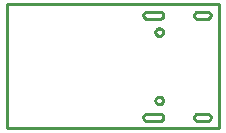
<source format=gbr>
G04 EAGLE Gerber RS-274X export*
G75*
%MOMM*%
%FSLAX34Y34*%
%LPD*%
%IN*%
%IPPOS*%
%AMOC8*
5,1,8,0,0,1.08239X$1,22.5*%
G01*
%ADD10C,0.254000*%


D10*
X-80000Y-52500D02*
X100000Y-52500D01*
X100000Y52500D01*
X-80000Y52500D01*
X-80000Y-52500D01*
X78500Y-43200D02*
X78511Y-43461D01*
X78546Y-43721D01*
X78602Y-43976D01*
X78681Y-44226D01*
X78781Y-44468D01*
X78902Y-44700D01*
X79043Y-44921D01*
X79202Y-45128D01*
X79379Y-45321D01*
X79572Y-45498D01*
X79779Y-45657D01*
X80000Y-45798D01*
X80232Y-45919D01*
X80474Y-46019D01*
X80724Y-46098D01*
X80979Y-46154D01*
X81239Y-46189D01*
X81500Y-46200D01*
X89500Y-46200D01*
X89761Y-46189D01*
X90021Y-46154D01*
X90276Y-46098D01*
X90526Y-46019D01*
X90768Y-45919D01*
X91000Y-45798D01*
X91221Y-45657D01*
X91428Y-45498D01*
X91621Y-45321D01*
X91798Y-45128D01*
X91957Y-44921D01*
X92098Y-44700D01*
X92219Y-44468D01*
X92319Y-44226D01*
X92398Y-43976D01*
X92454Y-43721D01*
X92489Y-43461D01*
X92500Y-43200D01*
X92489Y-42939D01*
X92454Y-42679D01*
X92398Y-42424D01*
X92319Y-42174D01*
X92219Y-41932D01*
X92098Y-41700D01*
X91957Y-41479D01*
X91798Y-41272D01*
X91621Y-41079D01*
X91428Y-40902D01*
X91221Y-40743D01*
X91000Y-40602D01*
X90768Y-40481D01*
X90526Y-40381D01*
X90276Y-40302D01*
X90021Y-40246D01*
X89761Y-40211D01*
X89500Y-40200D01*
X81500Y-40200D01*
X81239Y-40211D01*
X80979Y-40246D01*
X80724Y-40302D01*
X80474Y-40381D01*
X80232Y-40481D01*
X80000Y-40602D01*
X79779Y-40743D01*
X79572Y-40902D01*
X79379Y-41079D01*
X79202Y-41272D01*
X79043Y-41479D01*
X78902Y-41700D01*
X78781Y-41932D01*
X78681Y-42174D01*
X78602Y-42424D01*
X78546Y-42679D01*
X78511Y-42939D01*
X78500Y-43200D01*
X35500Y43200D02*
X35511Y42939D01*
X35546Y42679D01*
X35602Y42424D01*
X35681Y42174D01*
X35781Y41932D01*
X35902Y41700D01*
X36043Y41479D01*
X36202Y41272D01*
X36379Y41079D01*
X36572Y40902D01*
X36779Y40743D01*
X37000Y40602D01*
X37232Y40481D01*
X37474Y40381D01*
X37724Y40302D01*
X37979Y40246D01*
X38239Y40211D01*
X38500Y40200D01*
X49500Y40200D01*
X49761Y40211D01*
X50021Y40246D01*
X50276Y40302D01*
X50526Y40381D01*
X50768Y40481D01*
X51000Y40602D01*
X51221Y40743D01*
X51428Y40902D01*
X51621Y41079D01*
X51798Y41272D01*
X51957Y41479D01*
X52098Y41700D01*
X52219Y41932D01*
X52319Y42174D01*
X52398Y42424D01*
X52454Y42679D01*
X52489Y42939D01*
X52500Y43200D01*
X52489Y43461D01*
X52454Y43721D01*
X52398Y43976D01*
X52319Y44226D01*
X52219Y44468D01*
X52098Y44700D01*
X51957Y44921D01*
X51798Y45128D01*
X51621Y45321D01*
X51428Y45498D01*
X51221Y45657D01*
X51000Y45798D01*
X50768Y45919D01*
X50526Y46019D01*
X50276Y46098D01*
X50021Y46154D01*
X49761Y46189D01*
X49500Y46200D01*
X38500Y46200D01*
X38239Y46189D01*
X37979Y46154D01*
X37724Y46098D01*
X37474Y46019D01*
X37232Y45919D01*
X37000Y45798D01*
X36779Y45657D01*
X36572Y45498D01*
X36379Y45321D01*
X36202Y45128D01*
X36043Y44921D01*
X35902Y44700D01*
X35781Y44468D01*
X35681Y44226D01*
X35602Y43976D01*
X35546Y43721D01*
X35511Y43461D01*
X35500Y43200D01*
X78500Y43200D02*
X78511Y42939D01*
X78546Y42679D01*
X78602Y42424D01*
X78681Y42174D01*
X78781Y41932D01*
X78902Y41700D01*
X79043Y41479D01*
X79202Y41272D01*
X79379Y41079D01*
X79572Y40902D01*
X79779Y40743D01*
X80000Y40602D01*
X80232Y40481D01*
X80474Y40381D01*
X80724Y40302D01*
X80979Y40246D01*
X81239Y40211D01*
X81500Y40200D01*
X89500Y40200D01*
X89761Y40211D01*
X90021Y40246D01*
X90276Y40302D01*
X90526Y40381D01*
X90768Y40481D01*
X91000Y40602D01*
X91221Y40743D01*
X91428Y40902D01*
X91621Y41079D01*
X91798Y41272D01*
X91957Y41479D01*
X92098Y41700D01*
X92219Y41932D01*
X92319Y42174D01*
X92398Y42424D01*
X92454Y42679D01*
X92489Y42939D01*
X92500Y43200D01*
X92489Y43461D01*
X92454Y43721D01*
X92398Y43976D01*
X92319Y44226D01*
X92219Y44468D01*
X92098Y44700D01*
X91957Y44921D01*
X91798Y45128D01*
X91621Y45321D01*
X91428Y45498D01*
X91221Y45657D01*
X91000Y45798D01*
X90768Y45919D01*
X90526Y46019D01*
X90276Y46098D01*
X90021Y46154D01*
X89761Y46189D01*
X89500Y46200D01*
X81500Y46200D01*
X81239Y46189D01*
X80979Y46154D01*
X80724Y46098D01*
X80474Y46019D01*
X80232Y45919D01*
X80000Y45798D01*
X79779Y45657D01*
X79572Y45498D01*
X79379Y45321D01*
X79202Y45128D01*
X79043Y44921D01*
X78902Y44700D01*
X78781Y44468D01*
X78681Y44226D01*
X78602Y43976D01*
X78546Y43721D01*
X78511Y43461D01*
X78500Y43200D01*
X35500Y-43200D02*
X35511Y-43461D01*
X35546Y-43721D01*
X35602Y-43976D01*
X35681Y-44226D01*
X35781Y-44468D01*
X35902Y-44700D01*
X36043Y-44921D01*
X36202Y-45128D01*
X36379Y-45321D01*
X36572Y-45498D01*
X36779Y-45657D01*
X37000Y-45798D01*
X37232Y-45919D01*
X37474Y-46019D01*
X37724Y-46098D01*
X37979Y-46154D01*
X38239Y-46189D01*
X38500Y-46200D01*
X49500Y-46200D01*
X49761Y-46189D01*
X50021Y-46154D01*
X50276Y-46098D01*
X50526Y-46019D01*
X50768Y-45919D01*
X51000Y-45798D01*
X51221Y-45657D01*
X51428Y-45498D01*
X51621Y-45321D01*
X51798Y-45128D01*
X51957Y-44921D01*
X52098Y-44700D01*
X52219Y-44468D01*
X52319Y-44226D01*
X52398Y-43976D01*
X52454Y-43721D01*
X52489Y-43461D01*
X52500Y-43200D01*
X52489Y-42939D01*
X52454Y-42679D01*
X52398Y-42424D01*
X52319Y-42174D01*
X52219Y-41932D01*
X52098Y-41700D01*
X51957Y-41479D01*
X51798Y-41272D01*
X51621Y-41079D01*
X51428Y-40902D01*
X51221Y-40743D01*
X51000Y-40602D01*
X50768Y-40481D01*
X50526Y-40381D01*
X50276Y-40302D01*
X50021Y-40246D01*
X49761Y-40211D01*
X49500Y-40200D01*
X38500Y-40200D01*
X38239Y-40211D01*
X37979Y-40246D01*
X37724Y-40302D01*
X37474Y-40381D01*
X37232Y-40481D01*
X37000Y-40602D01*
X36779Y-40743D01*
X36572Y-40902D01*
X36379Y-41079D01*
X36202Y-41272D01*
X36043Y-41479D01*
X35902Y-41700D01*
X35781Y-41932D01*
X35681Y-42174D01*
X35602Y-42424D01*
X35546Y-42679D01*
X35511Y-42939D01*
X35500Y-43200D01*
X49213Y-32150D02*
X49635Y-32094D01*
X50047Y-31984D01*
X50441Y-31821D01*
X50809Y-31608D01*
X51147Y-31349D01*
X51449Y-31047D01*
X51708Y-30709D01*
X51921Y-30341D01*
X52084Y-29947D01*
X52194Y-29535D01*
X52250Y-29113D01*
X52250Y-28687D01*
X52194Y-28265D01*
X52084Y-27853D01*
X51921Y-27459D01*
X51708Y-27091D01*
X51449Y-26753D01*
X51147Y-26451D01*
X50809Y-26192D01*
X50441Y-25979D01*
X50047Y-25816D01*
X49635Y-25706D01*
X49213Y-25650D01*
X48787Y-25650D01*
X48365Y-25706D01*
X47953Y-25816D01*
X47559Y-25979D01*
X47191Y-26192D01*
X46853Y-26451D01*
X46551Y-26753D01*
X46292Y-27091D01*
X46079Y-27459D01*
X45916Y-27853D01*
X45806Y-28265D01*
X45750Y-28687D01*
X45750Y-29113D01*
X45806Y-29535D01*
X45916Y-29947D01*
X46079Y-30341D01*
X46292Y-30709D01*
X46551Y-31047D01*
X46853Y-31349D01*
X47191Y-31608D01*
X47559Y-31821D01*
X47953Y-31984D01*
X48365Y-32094D01*
X48787Y-32150D01*
X49213Y-32150D01*
X49213Y25650D02*
X49635Y25706D01*
X50047Y25816D01*
X50441Y25979D01*
X50809Y26192D01*
X51147Y26451D01*
X51449Y26753D01*
X51708Y27091D01*
X51921Y27459D01*
X52084Y27853D01*
X52194Y28265D01*
X52250Y28687D01*
X52250Y29113D01*
X52194Y29535D01*
X52084Y29947D01*
X51921Y30341D01*
X51708Y30709D01*
X51449Y31047D01*
X51147Y31349D01*
X50809Y31608D01*
X50441Y31821D01*
X50047Y31984D01*
X49635Y32094D01*
X49213Y32150D01*
X48787Y32150D01*
X48365Y32094D01*
X47953Y31984D01*
X47559Y31821D01*
X47191Y31608D01*
X46853Y31349D01*
X46551Y31047D01*
X46292Y30709D01*
X46079Y30341D01*
X45916Y29947D01*
X45806Y29535D01*
X45750Y29113D01*
X45750Y28687D01*
X45806Y28265D01*
X45916Y27853D01*
X46079Y27459D01*
X46292Y27091D01*
X46551Y26753D01*
X46853Y26451D01*
X47191Y26192D01*
X47559Y25979D01*
X47953Y25816D01*
X48365Y25706D01*
X48787Y25650D01*
X49213Y25650D01*
M02*

</source>
